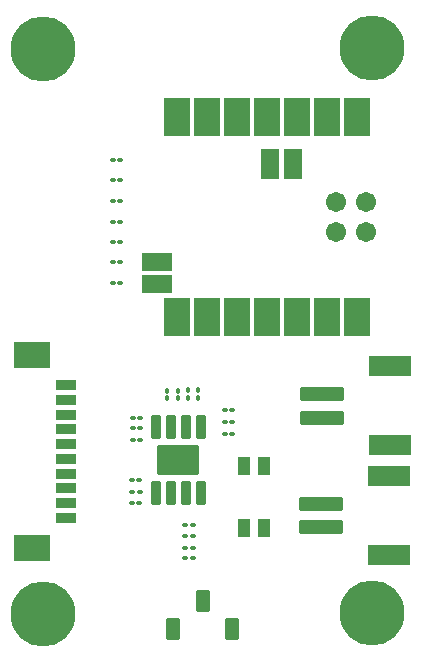
<source format=gbr>
%TF.GenerationSoftware,KiCad,Pcbnew,8.0.7*%
%TF.CreationDate,2025-01-15T11:33:58+05:30*%
%TF.ProjectId,STHDAQ_B1,53544844-4151-45f4-9231-2e6b69636164,rev?*%
%TF.SameCoordinates,Original*%
%TF.FileFunction,Soldermask,Top*%
%TF.FilePolarity,Negative*%
%FSLAX46Y46*%
G04 Gerber Fmt 4.6, Leading zero omitted, Abs format (unit mm)*
G04 Created by KiCad (PCBNEW 8.0.7) date 2025-01-15 11:33:58*
%MOMM*%
%LPD*%
G01*
G04 APERTURE LIST*
G04 Aperture macros list*
%AMRoundRect*
0 Rectangle with rounded corners*
0 $1 Rounding radius*
0 $2 $3 $4 $5 $6 $7 $8 $9 X,Y pos of 4 corners*
0 Add a 4 corners polygon primitive as box body*
4,1,4,$2,$3,$4,$5,$6,$7,$8,$9,$2,$3,0*
0 Add four circle primitives for the rounded corners*
1,1,$1+$1,$2,$3*
1,1,$1+$1,$4,$5*
1,1,$1+$1,$6,$7*
1,1,$1+$1,$8,$9*
0 Add four rect primitives between the rounded corners*
20,1,$1+$1,$2,$3,$4,$5,0*
20,1,$1+$1,$4,$5,$6,$7,0*
20,1,$1+$1,$6,$7,$8,$9,0*
20,1,$1+$1,$8,$9,$2,$3,0*%
G04 Aperture macros list end*
%ADD10RoundRect,0.100000X-0.130000X-0.100000X0.130000X-0.100000X0.130000X0.100000X-0.130000X0.100000X0*%
%ADD11RoundRect,0.100000X0.130000X0.100000X-0.130000X0.100000X-0.130000X-0.100000X0.130000X-0.100000X0*%
%ADD12RoundRect,0.033060X-1.068940X1.568940X-1.068940X-1.568940X1.068940X-1.568940X1.068940X1.568940X0*%
%ADD13RoundRect,0.030080X-0.721920X1.221920X-0.721920X-1.221920X0.721920X-1.221920X0.721920X1.221920X0*%
%ADD14RoundRect,0.030080X-1.221920X0.721920X-1.221920X-0.721920X1.221920X-0.721920X1.221920X0.721920X0*%
%ADD15C,1.704000*%
%ADD16C,3.600000*%
%ADD17C,5.500000*%
%ADD18RoundRect,0.100000X-0.100000X0.130000X-0.100000X-0.130000X0.100000X-0.130000X0.100000X0.130000X0*%
%ADD19R,1.701800X0.812800*%
%ADD20R,3.098800X2.209800*%
%ADD21RoundRect,0.102000X-0.300000X-0.875000X0.300000X-0.875000X0.300000X0.875000X-0.300000X0.875000X0*%
%ADD22RoundRect,0.102000X-1.650000X-1.205000X1.650000X-1.205000X1.650000X1.205000X-1.650000X1.205000X0*%
%ADD23R,1.000000X1.550000*%
%ADD24RoundRect,0.102000X-1.750000X0.500000X-1.750000X-0.500000X1.750000X-0.500000X1.750000X0.500000X0*%
%ADD25RoundRect,0.102000X-1.700000X0.750000X-1.700000X-0.750000X1.700000X-0.750000X1.700000X0.750000X0*%
%ADD26RoundRect,0.100000X0.100000X-0.130000X0.100000X0.130000X-0.100000X0.130000X-0.100000X-0.130000X0*%
%ADD27RoundRect,0.102000X-0.500000X-0.800000X0.500000X-0.800000X0.500000X0.800000X-0.500000X0.800000X0*%
G04 APERTURE END LIST*
D10*
%TO.C,C1*%
X148570000Y-91220000D03*
X149210000Y-91220000D03*
%TD*%
D11*
%TO.C,C4*%
X149300000Y-85910000D03*
X148660000Y-85910000D03*
%TD*%
D10*
%TO.C,R4*%
X146985000Y-65810000D03*
X147625000Y-65810000D03*
%TD*%
D12*
%TO.C,U2*%
X167627500Y-60412500D03*
X165087500Y-60412500D03*
X162547500Y-60412500D03*
X160007500Y-60412500D03*
X162547500Y-77412500D03*
X157467500Y-60412500D03*
X154927500Y-60412500D03*
X152387500Y-60412500D03*
X152387500Y-77412500D03*
X154927500Y-77412500D03*
X157467500Y-77412500D03*
X160007500Y-77412500D03*
D13*
X162207500Y-64412500D03*
X160307500Y-64412500D03*
D12*
X165087500Y-77412500D03*
D14*
X150757500Y-72712500D03*
X150757500Y-74612500D03*
D15*
X165857500Y-70182500D03*
X165857500Y-67642500D03*
X168397500Y-70182500D03*
X168397500Y-67642500D03*
D12*
X167627500Y-77412500D03*
%TD*%
D11*
%TO.C,C6*%
X149320000Y-86820000D03*
X148680000Y-86820000D03*
%TD*%
D16*
%TO.C,H1*%
X168930000Y-54605000D03*
D17*
X168930000Y-54605000D03*
%TD*%
D11*
%TO.C,D1*%
X153750000Y-95000000D03*
X153110000Y-95000000D03*
%TD*%
D10*
%TO.C,R6*%
X156475000Y-86245000D03*
X157115000Y-86245000D03*
%TD*%
D11*
%TO.C,C2*%
X149255000Y-92185000D03*
X148615000Y-92185000D03*
%TD*%
D10*
%TO.C,D3*%
X153772500Y-96925000D03*
X153132500Y-96925000D03*
%TD*%
D18*
%TO.C,C7*%
X154210000Y-83595000D03*
X154210000Y-84235000D03*
%TD*%
D10*
%TO.C,R2*%
X146985000Y-69310000D03*
X147625000Y-69310000D03*
%TD*%
D16*
%TO.C,H2*%
X141030000Y-54705000D03*
D17*
X141030000Y-54705000D03*
%TD*%
D19*
%TO.C,J1*%
X143014500Y-83150000D03*
X143014500Y-84400000D03*
X143014500Y-85650000D03*
X143014500Y-86900000D03*
X143014500Y-88150000D03*
X143014500Y-89400000D03*
X143014500Y-90650000D03*
X143014500Y-91900000D03*
X143014500Y-93150000D03*
X143014500Y-94400000D03*
D20*
X140114501Y-96950000D03*
X140114501Y-80600000D03*
%TD*%
D21*
%TO.C,U1*%
X150635000Y-92265000D03*
X151905000Y-92265000D03*
X153175000Y-92265000D03*
X154445000Y-92265000D03*
X154445000Y-86665000D03*
X153175000Y-86665000D03*
X151905000Y-86665000D03*
X150635000Y-86665000D03*
D22*
X152540000Y-89465000D03*
%TD*%
D11*
%TO.C,R1*%
X149225000Y-93105000D03*
X148585000Y-93105000D03*
%TD*%
D10*
%TO.C,D5*%
X156470000Y-87255000D03*
X157110000Y-87255000D03*
%TD*%
D18*
%TO.C,L1*%
X151580000Y-83615000D03*
X151580000Y-84255000D03*
%TD*%
D11*
%TO.C,D4*%
X153130000Y-97810000D03*
X153770000Y-97810000D03*
%TD*%
D10*
%TO.C,R3*%
X146985000Y-67560000D03*
X147625000Y-67560000D03*
%TD*%
%TO.C,D2*%
X153110000Y-95890000D03*
X153750000Y-95890000D03*
%TD*%
D23*
%TO.C,SW1*%
X158090000Y-95270000D03*
X158090000Y-90020000D03*
X159790000Y-95270000D03*
X159790000Y-90020000D03*
%TD*%
D24*
%TO.C,P2*%
X164635000Y-95200000D03*
X164635000Y-93200000D03*
D25*
X170385000Y-97550000D03*
X170385000Y-90850000D03*
%TD*%
D26*
%TO.C,C5*%
X152470000Y-84255000D03*
X152470000Y-83615000D03*
%TD*%
D11*
%TO.C,R9*%
X147600000Y-74510000D03*
X146960000Y-74510000D03*
%TD*%
D27*
%TO.C,S1*%
X152090000Y-103823691D03*
X154590000Y-101423691D03*
X157090000Y-103823691D03*
%TD*%
D10*
%TO.C,R5*%
X147625000Y-64060000D03*
X146985000Y-64060000D03*
%TD*%
D11*
%TO.C,R10*%
X147600000Y-72760000D03*
X146960000Y-72760000D03*
%TD*%
D26*
%TO.C,R8*%
X153340000Y-84240000D03*
X153340000Y-83600000D03*
%TD*%
D16*
%TO.C,H4*%
X168930000Y-102405000D03*
D17*
X168930000Y-102405000D03*
%TD*%
D24*
%TO.C,P1*%
X164690000Y-85890000D03*
X164690000Y-83890000D03*
D25*
X170440000Y-88240000D03*
X170440000Y-81540000D03*
%TD*%
D16*
%TO.C,H3*%
X141030000Y-102505000D03*
D17*
X141030000Y-102505000D03*
%TD*%
D10*
%TO.C,R7*%
X156460000Y-85255000D03*
X157100000Y-85255000D03*
%TD*%
D11*
%TO.C,R11*%
X147600000Y-71010000D03*
X146960000Y-71010000D03*
%TD*%
%TO.C,C3*%
X149315000Y-87775000D03*
X148675000Y-87775000D03*
%TD*%
M02*

</source>
